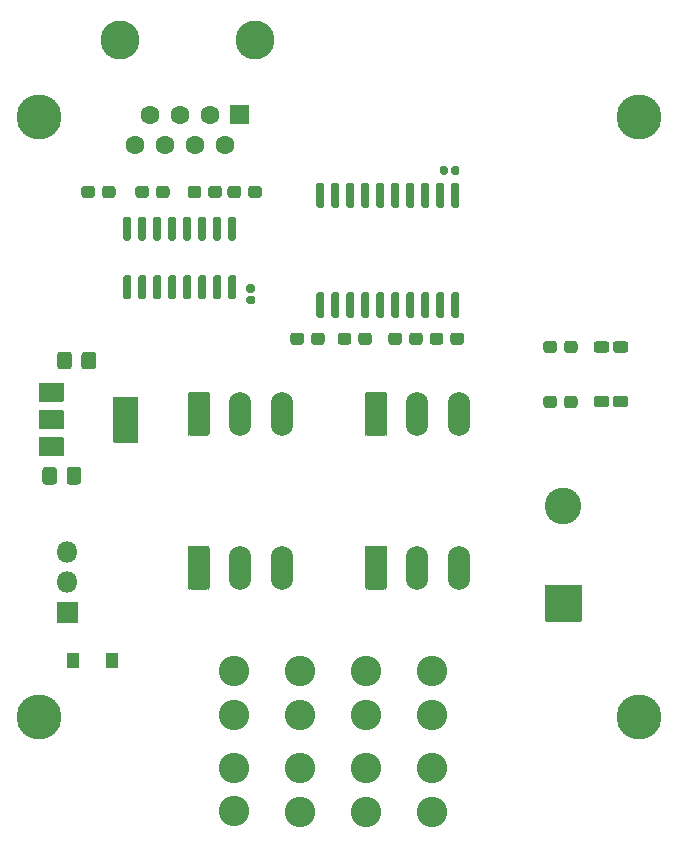
<source format=gbr>
G04 #@! TF.GenerationSoftware,KiCad,Pcbnew,(5.1.10)-1*
G04 #@! TF.CreationDate,2021-08-29T14:04:35-04:00*
G04 #@! TF.ProjectId,Receiver_Out,52656365-6976-4657-925f-4f75742e6b69,v1*
G04 #@! TF.SameCoordinates,Original*
G04 #@! TF.FileFunction,Soldermask,Top*
G04 #@! TF.FilePolarity,Negative*
%FSLAX46Y46*%
G04 Gerber Fmt 4.6, Leading zero omitted, Abs format (unit mm)*
G04 Created by KiCad (PCBNEW (5.1.10)-1) date 2021-08-29 14:04:35*
%MOMM*%
%LPD*%
G01*
G04 APERTURE LIST*
%ADD10C,1.602000*%
%ADD11C,3.302000*%
%ADD12O,1.802000X1.802000*%
%ADD13C,3.102000*%
%ADD14C,3.802000*%
%ADD15O,1.902000X3.702000*%
%ADD16C,2.577000*%
%ADD17C,0.100000*%
G04 APERTURE END LIST*
G36*
G01*
X107397000Y-95769800D02*
X107397000Y-96165800D01*
G75*
G02*
X107224000Y-96338800I-173000J0D01*
G01*
X106878000Y-96338800D01*
G75*
G02*
X106705000Y-96165800I0J173000D01*
G01*
X106705000Y-95769800D01*
G75*
G02*
X106878000Y-95596800I173000J0D01*
G01*
X107224000Y-95596800D01*
G75*
G02*
X107397000Y-95769800I0J-173000D01*
G01*
G37*
G36*
G01*
X108367000Y-95769800D02*
X108367000Y-96165800D01*
G75*
G02*
X108194000Y-96338800I-173000J0D01*
G01*
X107848000Y-96338800D01*
G75*
G02*
X107675000Y-96165800I0J173000D01*
G01*
X107675000Y-95769800D01*
G75*
G02*
X107848000Y-95596800I173000J0D01*
G01*
X108194000Y-95596800D01*
G75*
G02*
X108367000Y-95769800I0J-173000D01*
G01*
G37*
G36*
G01*
X107840500Y-106291800D02*
X108191500Y-106291800D01*
G75*
G02*
X108367000Y-106467300I0J-175500D01*
G01*
X108367000Y-108268300D01*
G75*
G02*
X108191500Y-108443800I-175500J0D01*
G01*
X107840500Y-108443800D01*
G75*
G02*
X107665000Y-108268300I0J175500D01*
G01*
X107665000Y-106467300D01*
G75*
G02*
X107840500Y-106291800I175500J0D01*
G01*
G37*
G36*
G01*
X106570500Y-106291800D02*
X106921500Y-106291800D01*
G75*
G02*
X107097000Y-106467300I0J-175500D01*
G01*
X107097000Y-108268300D01*
G75*
G02*
X106921500Y-108443800I-175500J0D01*
G01*
X106570500Y-108443800D01*
G75*
G02*
X106395000Y-108268300I0J175500D01*
G01*
X106395000Y-106467300D01*
G75*
G02*
X106570500Y-106291800I175500J0D01*
G01*
G37*
G36*
G01*
X105300500Y-106291800D02*
X105651500Y-106291800D01*
G75*
G02*
X105827000Y-106467300I0J-175500D01*
G01*
X105827000Y-108268300D01*
G75*
G02*
X105651500Y-108443800I-175500J0D01*
G01*
X105300500Y-108443800D01*
G75*
G02*
X105125000Y-108268300I0J175500D01*
G01*
X105125000Y-106467300D01*
G75*
G02*
X105300500Y-106291800I175500J0D01*
G01*
G37*
G36*
G01*
X104030500Y-106291800D02*
X104381500Y-106291800D01*
G75*
G02*
X104557000Y-106467300I0J-175500D01*
G01*
X104557000Y-108268300D01*
G75*
G02*
X104381500Y-108443800I-175500J0D01*
G01*
X104030500Y-108443800D01*
G75*
G02*
X103855000Y-108268300I0J175500D01*
G01*
X103855000Y-106467300D01*
G75*
G02*
X104030500Y-106291800I175500J0D01*
G01*
G37*
G36*
G01*
X102760500Y-106291800D02*
X103111500Y-106291800D01*
G75*
G02*
X103287000Y-106467300I0J-175500D01*
G01*
X103287000Y-108268300D01*
G75*
G02*
X103111500Y-108443800I-175500J0D01*
G01*
X102760500Y-108443800D01*
G75*
G02*
X102585000Y-108268300I0J175500D01*
G01*
X102585000Y-106467300D01*
G75*
G02*
X102760500Y-106291800I175500J0D01*
G01*
G37*
G36*
G01*
X101490500Y-106291800D02*
X101841500Y-106291800D01*
G75*
G02*
X102017000Y-106467300I0J-175500D01*
G01*
X102017000Y-108268300D01*
G75*
G02*
X101841500Y-108443800I-175500J0D01*
G01*
X101490500Y-108443800D01*
G75*
G02*
X101315000Y-108268300I0J175500D01*
G01*
X101315000Y-106467300D01*
G75*
G02*
X101490500Y-106291800I175500J0D01*
G01*
G37*
G36*
G01*
X100220500Y-106291800D02*
X100571500Y-106291800D01*
G75*
G02*
X100747000Y-106467300I0J-175500D01*
G01*
X100747000Y-108268300D01*
G75*
G02*
X100571500Y-108443800I-175500J0D01*
G01*
X100220500Y-108443800D01*
G75*
G02*
X100045000Y-108268300I0J175500D01*
G01*
X100045000Y-106467300D01*
G75*
G02*
X100220500Y-106291800I175500J0D01*
G01*
G37*
G36*
G01*
X98950500Y-106291800D02*
X99301500Y-106291800D01*
G75*
G02*
X99477000Y-106467300I0J-175500D01*
G01*
X99477000Y-108268300D01*
G75*
G02*
X99301500Y-108443800I-175500J0D01*
G01*
X98950500Y-108443800D01*
G75*
G02*
X98775000Y-108268300I0J175500D01*
G01*
X98775000Y-106467300D01*
G75*
G02*
X98950500Y-106291800I175500J0D01*
G01*
G37*
G36*
G01*
X97680500Y-106291800D02*
X98031500Y-106291800D01*
G75*
G02*
X98207000Y-106467300I0J-175500D01*
G01*
X98207000Y-108268300D01*
G75*
G02*
X98031500Y-108443800I-175500J0D01*
G01*
X97680500Y-108443800D01*
G75*
G02*
X97505000Y-108268300I0J175500D01*
G01*
X97505000Y-106467300D01*
G75*
G02*
X97680500Y-106291800I175500J0D01*
G01*
G37*
G36*
G01*
X96410500Y-106291800D02*
X96761500Y-106291800D01*
G75*
G02*
X96937000Y-106467300I0J-175500D01*
G01*
X96937000Y-108268300D01*
G75*
G02*
X96761500Y-108443800I-175500J0D01*
G01*
X96410500Y-108443800D01*
G75*
G02*
X96235000Y-108268300I0J175500D01*
G01*
X96235000Y-106467300D01*
G75*
G02*
X96410500Y-106291800I175500J0D01*
G01*
G37*
G36*
G01*
X96410500Y-96991800D02*
X96761500Y-96991800D01*
G75*
G02*
X96937000Y-97167300I0J-175500D01*
G01*
X96937000Y-98968300D01*
G75*
G02*
X96761500Y-99143800I-175500J0D01*
G01*
X96410500Y-99143800D01*
G75*
G02*
X96235000Y-98968300I0J175500D01*
G01*
X96235000Y-97167300D01*
G75*
G02*
X96410500Y-96991800I175500J0D01*
G01*
G37*
G36*
G01*
X97680500Y-96991800D02*
X98031500Y-96991800D01*
G75*
G02*
X98207000Y-97167300I0J-175500D01*
G01*
X98207000Y-98968300D01*
G75*
G02*
X98031500Y-99143800I-175500J0D01*
G01*
X97680500Y-99143800D01*
G75*
G02*
X97505000Y-98968300I0J175500D01*
G01*
X97505000Y-97167300D01*
G75*
G02*
X97680500Y-96991800I175500J0D01*
G01*
G37*
G36*
G01*
X98950500Y-96991800D02*
X99301500Y-96991800D01*
G75*
G02*
X99477000Y-97167300I0J-175500D01*
G01*
X99477000Y-98968300D01*
G75*
G02*
X99301500Y-99143800I-175500J0D01*
G01*
X98950500Y-99143800D01*
G75*
G02*
X98775000Y-98968300I0J175500D01*
G01*
X98775000Y-97167300D01*
G75*
G02*
X98950500Y-96991800I175500J0D01*
G01*
G37*
G36*
G01*
X100220500Y-96991800D02*
X100571500Y-96991800D01*
G75*
G02*
X100747000Y-97167300I0J-175500D01*
G01*
X100747000Y-98968300D01*
G75*
G02*
X100571500Y-99143800I-175500J0D01*
G01*
X100220500Y-99143800D01*
G75*
G02*
X100045000Y-98968300I0J175500D01*
G01*
X100045000Y-97167300D01*
G75*
G02*
X100220500Y-96991800I175500J0D01*
G01*
G37*
G36*
G01*
X101490500Y-96991800D02*
X101841500Y-96991800D01*
G75*
G02*
X102017000Y-97167300I0J-175500D01*
G01*
X102017000Y-98968300D01*
G75*
G02*
X101841500Y-99143800I-175500J0D01*
G01*
X101490500Y-99143800D01*
G75*
G02*
X101315000Y-98968300I0J175500D01*
G01*
X101315000Y-97167300D01*
G75*
G02*
X101490500Y-96991800I175500J0D01*
G01*
G37*
G36*
G01*
X102760500Y-96991800D02*
X103111500Y-96991800D01*
G75*
G02*
X103287000Y-97167300I0J-175500D01*
G01*
X103287000Y-98968300D01*
G75*
G02*
X103111500Y-99143800I-175500J0D01*
G01*
X102760500Y-99143800D01*
G75*
G02*
X102585000Y-98968300I0J175500D01*
G01*
X102585000Y-97167300D01*
G75*
G02*
X102760500Y-96991800I175500J0D01*
G01*
G37*
G36*
G01*
X104030500Y-96991800D02*
X104381500Y-96991800D01*
G75*
G02*
X104557000Y-97167300I0J-175500D01*
G01*
X104557000Y-98968300D01*
G75*
G02*
X104381500Y-99143800I-175500J0D01*
G01*
X104030500Y-99143800D01*
G75*
G02*
X103855000Y-98968300I0J175500D01*
G01*
X103855000Y-97167300D01*
G75*
G02*
X104030500Y-96991800I175500J0D01*
G01*
G37*
G36*
G01*
X105300500Y-96991800D02*
X105651500Y-96991800D01*
G75*
G02*
X105827000Y-97167300I0J-175500D01*
G01*
X105827000Y-98968300D01*
G75*
G02*
X105651500Y-99143800I-175500J0D01*
G01*
X105300500Y-99143800D01*
G75*
G02*
X105125000Y-98968300I0J175500D01*
G01*
X105125000Y-97167300D01*
G75*
G02*
X105300500Y-96991800I175500J0D01*
G01*
G37*
G36*
G01*
X106570500Y-96991800D02*
X106921500Y-96991800D01*
G75*
G02*
X107097000Y-97167300I0J-175500D01*
G01*
X107097000Y-98968300D01*
G75*
G02*
X106921500Y-99143800I-175500J0D01*
G01*
X106570500Y-99143800D01*
G75*
G02*
X106395000Y-98968300I0J175500D01*
G01*
X106395000Y-97167300D01*
G75*
G02*
X106570500Y-96991800I175500J0D01*
G01*
G37*
G36*
G01*
X107840500Y-96991800D02*
X108191500Y-96991800D01*
G75*
G02*
X108367000Y-97167300I0J-175500D01*
G01*
X108367000Y-98968300D01*
G75*
G02*
X108191500Y-99143800I-175500J0D01*
G01*
X107840500Y-99143800D01*
G75*
G02*
X107665000Y-98968300I0J175500D01*
G01*
X107665000Y-97167300D01*
G75*
G02*
X107840500Y-96991800I175500J0D01*
G01*
G37*
G36*
G01*
X117217000Y-115832800D02*
X117217000Y-115306800D01*
G75*
G02*
X117480000Y-115043800I263000J0D01*
G01*
X118106000Y-115043800D01*
G75*
G02*
X118369000Y-115306800I0J-263000D01*
G01*
X118369000Y-115832800D01*
G75*
G02*
X118106000Y-116095800I-263000J0D01*
G01*
X117480000Y-116095800D01*
G75*
G02*
X117217000Y-115832800I0J263000D01*
G01*
G37*
G36*
G01*
X115467000Y-115832800D02*
X115467000Y-115306800D01*
G75*
G02*
X115730000Y-115043800I263000J0D01*
G01*
X116356000Y-115043800D01*
G75*
G02*
X116619000Y-115306800I0J-263000D01*
G01*
X116619000Y-115832800D01*
G75*
G02*
X116356000Y-116095800I-263000J0D01*
G01*
X115730000Y-116095800D01*
G75*
G02*
X115467000Y-115832800I0J263000D01*
G01*
G37*
G36*
G01*
X72750000Y-115517800D02*
X72750000Y-114017800D01*
G75*
G02*
X72801000Y-113966800I51000J0D01*
G01*
X74801000Y-113966800D01*
G75*
G02*
X74852000Y-114017800I0J-51000D01*
G01*
X74852000Y-115517800D01*
G75*
G02*
X74801000Y-115568800I-51000J0D01*
G01*
X72801000Y-115568800D01*
G75*
G02*
X72750000Y-115517800I0J51000D01*
G01*
G37*
G36*
G01*
X72750000Y-120117800D02*
X72750000Y-118617800D01*
G75*
G02*
X72801000Y-118566800I51000J0D01*
G01*
X74801000Y-118566800D01*
G75*
G02*
X74852000Y-118617800I0J-51000D01*
G01*
X74852000Y-120117800D01*
G75*
G02*
X74801000Y-120168800I-51000J0D01*
G01*
X72801000Y-120168800D01*
G75*
G02*
X72750000Y-120117800I0J51000D01*
G01*
G37*
G36*
G01*
X72750000Y-117817800D02*
X72750000Y-116317800D01*
G75*
G02*
X72801000Y-116266800I51000J0D01*
G01*
X74801000Y-116266800D01*
G75*
G02*
X74852000Y-116317800I0J-51000D01*
G01*
X74852000Y-117817800D01*
G75*
G02*
X74801000Y-117868800I-51000J0D01*
G01*
X72801000Y-117868800D01*
G75*
G02*
X72750000Y-117817800I0J51000D01*
G01*
G37*
G36*
G01*
X79050000Y-118967800D02*
X79050000Y-115167800D01*
G75*
G02*
X79101000Y-115116800I51000J0D01*
G01*
X81101000Y-115116800D01*
G75*
G02*
X81152000Y-115167800I0J-51000D01*
G01*
X81152000Y-118967800D01*
G75*
G02*
X81101000Y-119018800I-51000J0D01*
G01*
X79101000Y-119018800D01*
G75*
G02*
X79050000Y-118967800I0J51000D01*
G01*
G37*
G36*
G01*
X107002000Y-109954800D02*
X107002000Y-110480800D01*
G75*
G02*
X106739000Y-110743800I-263000J0D01*
G01*
X106113000Y-110743800D01*
G75*
G02*
X105850000Y-110480800I0J263000D01*
G01*
X105850000Y-109954800D01*
G75*
G02*
X106113000Y-109691800I263000J0D01*
G01*
X106739000Y-109691800D01*
G75*
G02*
X107002000Y-109954800I0J-263000D01*
G01*
G37*
G36*
G01*
X108752000Y-109954800D02*
X108752000Y-110480800D01*
G75*
G02*
X108489000Y-110743800I-263000J0D01*
G01*
X107863000Y-110743800D01*
G75*
G02*
X107600000Y-110480800I0J263000D01*
G01*
X107600000Y-109954800D01*
G75*
G02*
X107863000Y-109691800I263000J0D01*
G01*
X108489000Y-109691800D01*
G75*
G02*
X108752000Y-109954800I0J-263000D01*
G01*
G37*
G36*
G01*
X103502000Y-109954800D02*
X103502000Y-110480800D01*
G75*
G02*
X103239000Y-110743800I-263000J0D01*
G01*
X102613000Y-110743800D01*
G75*
G02*
X102350000Y-110480800I0J263000D01*
G01*
X102350000Y-109954800D01*
G75*
G02*
X102613000Y-109691800I263000J0D01*
G01*
X103239000Y-109691800D01*
G75*
G02*
X103502000Y-109954800I0J-263000D01*
G01*
G37*
G36*
G01*
X105252000Y-109954800D02*
X105252000Y-110480800D01*
G75*
G02*
X104989000Y-110743800I-263000J0D01*
G01*
X104363000Y-110743800D01*
G75*
G02*
X104100000Y-110480800I0J263000D01*
G01*
X104100000Y-109954800D01*
G75*
G02*
X104363000Y-109691800I263000J0D01*
G01*
X104989000Y-109691800D01*
G75*
G02*
X105252000Y-109954800I0J-263000D01*
G01*
G37*
G36*
G01*
X99800000Y-110480800D02*
X99800000Y-109954800D01*
G75*
G02*
X100063000Y-109691800I263000J0D01*
G01*
X100689000Y-109691800D01*
G75*
G02*
X100952000Y-109954800I0J-263000D01*
G01*
X100952000Y-110480800D01*
G75*
G02*
X100689000Y-110743800I-263000J0D01*
G01*
X100063000Y-110743800D01*
G75*
G02*
X99800000Y-110480800I0J263000D01*
G01*
G37*
G36*
G01*
X98050000Y-110480800D02*
X98050000Y-109954800D01*
G75*
G02*
X98313000Y-109691800I263000J0D01*
G01*
X98939000Y-109691800D01*
G75*
G02*
X99202000Y-109954800I0J-263000D01*
G01*
X99202000Y-110480800D01*
G75*
G02*
X98939000Y-110743800I-263000J0D01*
G01*
X98313000Y-110743800D01*
G75*
G02*
X98050000Y-110480800I0J263000D01*
G01*
G37*
G36*
G01*
X95800000Y-110480800D02*
X95800000Y-109954800D01*
G75*
G02*
X96063000Y-109691800I263000J0D01*
G01*
X96689000Y-109691800D01*
G75*
G02*
X96952000Y-109954800I0J-263000D01*
G01*
X96952000Y-110480800D01*
G75*
G02*
X96689000Y-110743800I-263000J0D01*
G01*
X96063000Y-110743800D01*
G75*
G02*
X95800000Y-110480800I0J263000D01*
G01*
G37*
G36*
G01*
X94050000Y-110480800D02*
X94050000Y-109954800D01*
G75*
G02*
X94313000Y-109691800I263000J0D01*
G01*
X94939000Y-109691800D01*
G75*
G02*
X95202000Y-109954800I0J-263000D01*
G01*
X95202000Y-110480800D01*
G75*
G02*
X94939000Y-110743800I-263000J0D01*
G01*
X94313000Y-110743800D01*
G75*
G02*
X94050000Y-110480800I0J263000D01*
G01*
G37*
G36*
G01*
X78101000Y-98052800D02*
X78101000Y-97526800D01*
G75*
G02*
X78364000Y-97263800I263000J0D01*
G01*
X78990000Y-97263800D01*
G75*
G02*
X79253000Y-97526800I0J-263000D01*
G01*
X79253000Y-98052800D01*
G75*
G02*
X78990000Y-98315800I-263000J0D01*
G01*
X78364000Y-98315800D01*
G75*
G02*
X78101000Y-98052800I0J263000D01*
G01*
G37*
G36*
G01*
X76351000Y-98052800D02*
X76351000Y-97526800D01*
G75*
G02*
X76614000Y-97263800I263000J0D01*
G01*
X77240000Y-97263800D01*
G75*
G02*
X77503000Y-97526800I0J-263000D01*
G01*
X77503000Y-98052800D01*
G75*
G02*
X77240000Y-98315800I-263000J0D01*
G01*
X76614000Y-98315800D01*
G75*
G02*
X76351000Y-98052800I0J263000D01*
G01*
G37*
G36*
G01*
X87100000Y-98052800D02*
X87100000Y-97526800D01*
G75*
G02*
X87363000Y-97263800I263000J0D01*
G01*
X87989000Y-97263800D01*
G75*
G02*
X88252000Y-97526800I0J-263000D01*
G01*
X88252000Y-98052800D01*
G75*
G02*
X87989000Y-98315800I-263000J0D01*
G01*
X87363000Y-98315800D01*
G75*
G02*
X87100000Y-98052800I0J263000D01*
G01*
G37*
G36*
G01*
X85350000Y-98052800D02*
X85350000Y-97526800D01*
G75*
G02*
X85613000Y-97263800I263000J0D01*
G01*
X86239000Y-97263800D01*
G75*
G02*
X86502000Y-97526800I0J-263000D01*
G01*
X86502000Y-98052800D01*
G75*
G02*
X86239000Y-98315800I-263000J0D01*
G01*
X85613000Y-98315800D01*
G75*
G02*
X85350000Y-98052800I0J263000D01*
G01*
G37*
G36*
G01*
X89877000Y-97526800D02*
X89877000Y-98052800D01*
G75*
G02*
X89614000Y-98315800I-263000J0D01*
G01*
X88988000Y-98315800D01*
G75*
G02*
X88725000Y-98052800I0J263000D01*
G01*
X88725000Y-97526800D01*
G75*
G02*
X88988000Y-97263800I263000J0D01*
G01*
X89614000Y-97263800D01*
G75*
G02*
X89877000Y-97526800I0J-263000D01*
G01*
G37*
G36*
G01*
X91627000Y-97526800D02*
X91627000Y-98052800D01*
G75*
G02*
X91364000Y-98315800I-263000J0D01*
G01*
X90738000Y-98315800D01*
G75*
G02*
X90475000Y-98052800I0J263000D01*
G01*
X90475000Y-97526800D01*
G75*
G02*
X90738000Y-97263800I263000J0D01*
G01*
X91364000Y-97263800D01*
G75*
G02*
X91627000Y-97526800I0J-263000D01*
G01*
G37*
G36*
G01*
X82075000Y-97526800D02*
X82075000Y-98052800D01*
G75*
G02*
X81812000Y-98315800I-263000J0D01*
G01*
X81186000Y-98315800D01*
G75*
G02*
X80923000Y-98052800I0J263000D01*
G01*
X80923000Y-97526800D01*
G75*
G02*
X81186000Y-97263800I263000J0D01*
G01*
X81812000Y-97263800D01*
G75*
G02*
X82075000Y-97526800I0J-263000D01*
G01*
G37*
G36*
G01*
X83825000Y-97526800D02*
X83825000Y-98052800D01*
G75*
G02*
X83562000Y-98315800I-263000J0D01*
G01*
X82936000Y-98315800D01*
G75*
G02*
X82673000Y-98052800I0J263000D01*
G01*
X82673000Y-97526800D01*
G75*
G02*
X82936000Y-97263800I263000J0D01*
G01*
X83562000Y-97263800D01*
G75*
G02*
X83825000Y-97526800I0J-263000D01*
G01*
G37*
G36*
G01*
X117217000Y-111175801D02*
X117217000Y-110649801D01*
G75*
G02*
X117480000Y-110386801I263000J0D01*
G01*
X118106000Y-110386801D01*
G75*
G02*
X118369000Y-110649801I0J-263000D01*
G01*
X118369000Y-111175801D01*
G75*
G02*
X118106000Y-111438801I-263000J0D01*
G01*
X117480000Y-111438801D01*
G75*
G02*
X117217000Y-111175801I0J263000D01*
G01*
G37*
G36*
G01*
X115467000Y-111175801D02*
X115467000Y-110649801D01*
G75*
G02*
X115730000Y-110386801I263000J0D01*
G01*
X116356000Y-110386801D01*
G75*
G02*
X116619000Y-110649801I0J-263000D01*
G01*
X116619000Y-111175801D01*
G75*
G02*
X116356000Y-111438801I-263000J0D01*
G01*
X115730000Y-111438801D01*
G75*
G02*
X115467000Y-111175801I0J263000D01*
G01*
G37*
G36*
G01*
X121350000Y-111150801D02*
X121350000Y-110674801D01*
G75*
G02*
X121588000Y-110436801I238000J0D01*
G01*
X122439000Y-110436801D01*
G75*
G02*
X122677000Y-110674801I0J-238000D01*
G01*
X122677000Y-111150801D01*
G75*
G02*
X122439000Y-111388801I-238000J0D01*
G01*
X121588000Y-111388801D01*
G75*
G02*
X121350000Y-111150801I0J238000D01*
G01*
G37*
G36*
G01*
X119725000Y-111150801D02*
X119725000Y-110674801D01*
G75*
G02*
X119963000Y-110436801I238000J0D01*
G01*
X120814000Y-110436801D01*
G75*
G02*
X121052000Y-110674801I0J-238000D01*
G01*
X121052000Y-111150801D01*
G75*
G02*
X120814000Y-111388801I-238000J0D01*
G01*
X119963000Y-111388801D01*
G75*
G02*
X119725000Y-111150801I0J238000D01*
G01*
G37*
G36*
G01*
X121350000Y-115762800D02*
X121350000Y-115286800D01*
G75*
G02*
X121588000Y-115048800I238000J0D01*
G01*
X122439000Y-115048800D01*
G75*
G02*
X122677000Y-115286800I0J-238000D01*
G01*
X122677000Y-115762800D01*
G75*
G02*
X122439000Y-116000800I-238000J0D01*
G01*
X121588000Y-116000800D01*
G75*
G02*
X121350000Y-115762800I0J238000D01*
G01*
G37*
G36*
G01*
X119725000Y-115762800D02*
X119725000Y-115286800D01*
G75*
G02*
X119963000Y-115048800I238000J0D01*
G01*
X120814000Y-115048800D01*
G75*
G02*
X121052000Y-115286800I0J-238000D01*
G01*
X121052000Y-115762800D01*
G75*
G02*
X120814000Y-116000800I-238000J0D01*
G01*
X119963000Y-116000800D01*
G75*
G02*
X119725000Y-115762800I0J238000D01*
G01*
G37*
G36*
G01*
X78450000Y-138067800D02*
X78450000Y-136867800D01*
G75*
G02*
X78501000Y-136816800I51000J0D01*
G01*
X79401000Y-136816800D01*
G75*
G02*
X79452000Y-136867800I0J-51000D01*
G01*
X79452000Y-138067800D01*
G75*
G02*
X79401000Y-138118800I-51000J0D01*
G01*
X78501000Y-138118800D01*
G75*
G02*
X78450000Y-138067800I0J51000D01*
G01*
G37*
G36*
G01*
X75150000Y-138067800D02*
X75150000Y-136867800D01*
G75*
G02*
X75201000Y-136816800I51000J0D01*
G01*
X76101000Y-136816800D01*
G75*
G02*
X76152000Y-136867800I0J-51000D01*
G01*
X76152000Y-138067800D01*
G75*
G02*
X76101000Y-138118800I-51000J0D01*
G01*
X75201000Y-138118800D01*
G75*
G02*
X75150000Y-138067800I0J51000D01*
G01*
G37*
G36*
G01*
X90503000Y-106591800D02*
X90899000Y-106591800D01*
G75*
G02*
X91072000Y-106764800I0J-173000D01*
G01*
X91072000Y-107110800D01*
G75*
G02*
X90899000Y-107283800I-173000J0D01*
G01*
X90503000Y-107283800D01*
G75*
G02*
X90330000Y-107110800I0J173000D01*
G01*
X90330000Y-106764800D01*
G75*
G02*
X90503000Y-106591800I173000J0D01*
G01*
G37*
G36*
G01*
X90503000Y-105621800D02*
X90899000Y-105621800D01*
G75*
G02*
X91072000Y-105794800I0J-173000D01*
G01*
X91072000Y-106140800D01*
G75*
G02*
X90899000Y-106313800I-173000J0D01*
G01*
X90503000Y-106313800D01*
G75*
G02*
X90330000Y-106140800I0J173000D01*
G01*
X90330000Y-105794800D01*
G75*
G02*
X90503000Y-105621800I173000J0D01*
G01*
G37*
G36*
G01*
X88938500Y-104826800D02*
X89289500Y-104826800D01*
G75*
G02*
X89465000Y-105002300I0J-175500D01*
G01*
X89465000Y-106703300D01*
G75*
G02*
X89289500Y-106878800I-175500J0D01*
G01*
X88938500Y-106878800D01*
G75*
G02*
X88763000Y-106703300I0J175500D01*
G01*
X88763000Y-105002300D01*
G75*
G02*
X88938500Y-104826800I175500J0D01*
G01*
G37*
G36*
G01*
X87668500Y-104826800D02*
X88019500Y-104826800D01*
G75*
G02*
X88195000Y-105002300I0J-175500D01*
G01*
X88195000Y-106703300D01*
G75*
G02*
X88019500Y-106878800I-175500J0D01*
G01*
X87668500Y-106878800D01*
G75*
G02*
X87493000Y-106703300I0J175500D01*
G01*
X87493000Y-105002300D01*
G75*
G02*
X87668500Y-104826800I175500J0D01*
G01*
G37*
G36*
G01*
X86398500Y-104826800D02*
X86749500Y-104826800D01*
G75*
G02*
X86925000Y-105002300I0J-175500D01*
G01*
X86925000Y-106703300D01*
G75*
G02*
X86749500Y-106878800I-175500J0D01*
G01*
X86398500Y-106878800D01*
G75*
G02*
X86223000Y-106703300I0J175500D01*
G01*
X86223000Y-105002300D01*
G75*
G02*
X86398500Y-104826800I175500J0D01*
G01*
G37*
G36*
G01*
X85128500Y-104826800D02*
X85479500Y-104826800D01*
G75*
G02*
X85655000Y-105002300I0J-175500D01*
G01*
X85655000Y-106703300D01*
G75*
G02*
X85479500Y-106878800I-175500J0D01*
G01*
X85128500Y-106878800D01*
G75*
G02*
X84953000Y-106703300I0J175500D01*
G01*
X84953000Y-105002300D01*
G75*
G02*
X85128500Y-104826800I175500J0D01*
G01*
G37*
G36*
G01*
X83858500Y-104826800D02*
X84209500Y-104826800D01*
G75*
G02*
X84385000Y-105002300I0J-175500D01*
G01*
X84385000Y-106703300D01*
G75*
G02*
X84209500Y-106878800I-175500J0D01*
G01*
X83858500Y-106878800D01*
G75*
G02*
X83683000Y-106703300I0J175500D01*
G01*
X83683000Y-105002300D01*
G75*
G02*
X83858500Y-104826800I175500J0D01*
G01*
G37*
G36*
G01*
X82588500Y-104826800D02*
X82939500Y-104826800D01*
G75*
G02*
X83115000Y-105002300I0J-175500D01*
G01*
X83115000Y-106703300D01*
G75*
G02*
X82939500Y-106878800I-175500J0D01*
G01*
X82588500Y-106878800D01*
G75*
G02*
X82413000Y-106703300I0J175500D01*
G01*
X82413000Y-105002300D01*
G75*
G02*
X82588500Y-104826800I175500J0D01*
G01*
G37*
G36*
G01*
X81318500Y-104826800D02*
X81669500Y-104826800D01*
G75*
G02*
X81845000Y-105002300I0J-175500D01*
G01*
X81845000Y-106703300D01*
G75*
G02*
X81669500Y-106878800I-175500J0D01*
G01*
X81318500Y-106878800D01*
G75*
G02*
X81143000Y-106703300I0J175500D01*
G01*
X81143000Y-105002300D01*
G75*
G02*
X81318500Y-104826800I175500J0D01*
G01*
G37*
G36*
G01*
X80048500Y-104826800D02*
X80399500Y-104826800D01*
G75*
G02*
X80575000Y-105002300I0J-175500D01*
G01*
X80575000Y-106703300D01*
G75*
G02*
X80399500Y-106878800I-175500J0D01*
G01*
X80048500Y-106878800D01*
G75*
G02*
X79873000Y-106703300I0J175500D01*
G01*
X79873000Y-105002300D01*
G75*
G02*
X80048500Y-104826800I175500J0D01*
G01*
G37*
G36*
G01*
X80048500Y-99876800D02*
X80399500Y-99876800D01*
G75*
G02*
X80575000Y-100052300I0J-175500D01*
G01*
X80575000Y-101753300D01*
G75*
G02*
X80399500Y-101928800I-175500J0D01*
G01*
X80048500Y-101928800D01*
G75*
G02*
X79873000Y-101753300I0J175500D01*
G01*
X79873000Y-100052300D01*
G75*
G02*
X80048500Y-99876800I175500J0D01*
G01*
G37*
G36*
G01*
X81318500Y-99876800D02*
X81669500Y-99876800D01*
G75*
G02*
X81845000Y-100052300I0J-175500D01*
G01*
X81845000Y-101753300D01*
G75*
G02*
X81669500Y-101928800I-175500J0D01*
G01*
X81318500Y-101928800D01*
G75*
G02*
X81143000Y-101753300I0J175500D01*
G01*
X81143000Y-100052300D01*
G75*
G02*
X81318500Y-99876800I175500J0D01*
G01*
G37*
G36*
G01*
X82588500Y-99876800D02*
X82939500Y-99876800D01*
G75*
G02*
X83115000Y-100052300I0J-175500D01*
G01*
X83115000Y-101753300D01*
G75*
G02*
X82939500Y-101928800I-175500J0D01*
G01*
X82588500Y-101928800D01*
G75*
G02*
X82413000Y-101753300I0J175500D01*
G01*
X82413000Y-100052300D01*
G75*
G02*
X82588500Y-99876800I175500J0D01*
G01*
G37*
G36*
G01*
X83858500Y-99876800D02*
X84209500Y-99876800D01*
G75*
G02*
X84385000Y-100052300I0J-175500D01*
G01*
X84385000Y-101753300D01*
G75*
G02*
X84209500Y-101928800I-175500J0D01*
G01*
X83858500Y-101928800D01*
G75*
G02*
X83683000Y-101753300I0J175500D01*
G01*
X83683000Y-100052300D01*
G75*
G02*
X83858500Y-99876800I175500J0D01*
G01*
G37*
G36*
G01*
X85128500Y-99876800D02*
X85479500Y-99876800D01*
G75*
G02*
X85655000Y-100052300I0J-175500D01*
G01*
X85655000Y-101753300D01*
G75*
G02*
X85479500Y-101928800I-175500J0D01*
G01*
X85128500Y-101928800D01*
G75*
G02*
X84953000Y-101753300I0J175500D01*
G01*
X84953000Y-100052300D01*
G75*
G02*
X85128500Y-99876800I175500J0D01*
G01*
G37*
G36*
G01*
X86398500Y-99876800D02*
X86749500Y-99876800D01*
G75*
G02*
X86925000Y-100052300I0J-175500D01*
G01*
X86925000Y-101753300D01*
G75*
G02*
X86749500Y-101928800I-175500J0D01*
G01*
X86398500Y-101928800D01*
G75*
G02*
X86223000Y-101753300I0J175500D01*
G01*
X86223000Y-100052300D01*
G75*
G02*
X86398500Y-99876800I175500J0D01*
G01*
G37*
G36*
G01*
X87668500Y-99876800D02*
X88019500Y-99876800D01*
G75*
G02*
X88195000Y-100052300I0J-175500D01*
G01*
X88195000Y-101753300D01*
G75*
G02*
X88019500Y-101928800I-175500J0D01*
G01*
X87668500Y-101928800D01*
G75*
G02*
X87493000Y-101753300I0J175500D01*
G01*
X87493000Y-100052300D01*
G75*
G02*
X87668500Y-99876800I175500J0D01*
G01*
G37*
G36*
G01*
X88938500Y-99876800D02*
X89289500Y-99876800D01*
G75*
G02*
X89465000Y-100052300I0J-175500D01*
G01*
X89465000Y-101753300D01*
G75*
G02*
X89289500Y-101928800I-175500J0D01*
G01*
X88938500Y-101928800D01*
G75*
G02*
X88763000Y-101753300I0J175500D01*
G01*
X88763000Y-100052300D01*
G75*
G02*
X88938500Y-99876800I175500J0D01*
G01*
G37*
G36*
G01*
X75552000Y-111588972D02*
X75552000Y-112546628D01*
G75*
G02*
X75279828Y-112818800I-272172J0D01*
G01*
X74572172Y-112818800D01*
G75*
G02*
X74300000Y-112546628I0J272172D01*
G01*
X74300000Y-111588972D01*
G75*
G02*
X74572172Y-111316800I272172J0D01*
G01*
X75279828Y-111316800D01*
G75*
G02*
X75552000Y-111588972I0J-272172D01*
G01*
G37*
G36*
G01*
X77602000Y-111588972D02*
X77602000Y-112546628D01*
G75*
G02*
X77329828Y-112818800I-272172J0D01*
G01*
X76622172Y-112818800D01*
G75*
G02*
X76350000Y-112546628I0J272172D01*
G01*
X76350000Y-111588972D01*
G75*
G02*
X76622172Y-111316800I272172J0D01*
G01*
X77329828Y-111316800D01*
G75*
G02*
X77602000Y-111588972I0J-272172D01*
G01*
G37*
G36*
G01*
X75100000Y-122296628D02*
X75100000Y-121338972D01*
G75*
G02*
X75372172Y-121066800I272172J0D01*
G01*
X76079828Y-121066800D01*
G75*
G02*
X76352000Y-121338972I0J-272172D01*
G01*
X76352000Y-122296628D01*
G75*
G02*
X76079828Y-122568800I-272172J0D01*
G01*
X75372172Y-122568800D01*
G75*
G02*
X75100000Y-122296628I0J272172D01*
G01*
G37*
G36*
G01*
X73050000Y-122296628D02*
X73050000Y-121338972D01*
G75*
G02*
X73322172Y-121066800I272172J0D01*
G01*
X74029828Y-121066800D01*
G75*
G02*
X74302000Y-121338972I0J-272172D01*
G01*
X74302000Y-122296628D01*
G75*
G02*
X74029828Y-122568800I-272172J0D01*
G01*
X73322172Y-122568800D01*
G75*
G02*
X73050000Y-122296628I0J272172D01*
G01*
G37*
D10*
X80861000Y-93775800D03*
X82131000Y-91235800D03*
X83401000Y-93775800D03*
X84671000Y-91235800D03*
X85941000Y-93775800D03*
X87211000Y-91235800D03*
X88481000Y-93775800D03*
G36*
G01*
X90552000Y-90485800D02*
X90552000Y-91985800D01*
G75*
G02*
X90501000Y-92036800I-51000J0D01*
G01*
X89001000Y-92036800D01*
G75*
G02*
X88950000Y-91985800I0J51000D01*
G01*
X88950000Y-90485800D01*
G75*
G02*
X89001000Y-90434800I51000J0D01*
G01*
X90501000Y-90434800D01*
G75*
G02*
X90552000Y-90485800I0J-51000D01*
G01*
G37*
D11*
X91021000Y-84885800D03*
X79591000Y-84885800D03*
D12*
X75151000Y-128287800D03*
X75151000Y-130827800D03*
G36*
G01*
X76052000Y-132517800D02*
X76052000Y-134217800D01*
G75*
G02*
X76001000Y-134268800I-51000J0D01*
G01*
X74301000Y-134268800D01*
G75*
G02*
X74250000Y-134217800I0J51000D01*
G01*
X74250000Y-132517800D01*
G75*
G02*
X74301000Y-132466800I51000J0D01*
G01*
X76001000Y-132466800D01*
G75*
G02*
X76052000Y-132517800I0J-51000D01*
G01*
G37*
G36*
G01*
X118664800Y-134166760D02*
X115664800Y-134166760D01*
G75*
G02*
X115613800Y-134115760I0J51000D01*
G01*
X115613800Y-131115760D01*
G75*
G02*
X115664800Y-131064760I51000J0D01*
G01*
X118664800Y-131064760D01*
G75*
G02*
X118715800Y-131115760I0J-51000D01*
G01*
X118715800Y-134115760D01*
G75*
G02*
X118664800Y-134166760I-51000J0D01*
G01*
G37*
D13*
X117164800Y-124365840D03*
D14*
X123531000Y-91439800D03*
X72731000Y-91439800D03*
X123531000Y-142239800D03*
X72731000Y-142239800D03*
D15*
X108300000Y-116600000D03*
X104800000Y-116600000D03*
G36*
G01*
X100349000Y-118186834D02*
X100349000Y-115013166D01*
G75*
G02*
X100613166Y-114749000I264166J0D01*
G01*
X101986834Y-114749000D01*
G75*
G02*
X102251000Y-115013166I0J-264166D01*
G01*
X102251000Y-118186834D01*
G75*
G02*
X101986834Y-118451000I-264166J0D01*
G01*
X100613166Y-118451000D01*
G75*
G02*
X100349000Y-118186834I0J264166D01*
G01*
G37*
D16*
X100485000Y-138353600D03*
X100485000Y-150253600D03*
X100485000Y-142053600D03*
X100485000Y-146553600D03*
D15*
X108300000Y-129600000D03*
X104800000Y-129600000D03*
G36*
G01*
X100349000Y-131186834D02*
X100349000Y-128013166D01*
G75*
G02*
X100613166Y-127749000I264166J0D01*
G01*
X101986834Y-127749000D01*
G75*
G02*
X102251000Y-128013166I0J-264166D01*
G01*
X102251000Y-131186834D01*
G75*
G02*
X101986834Y-131451000I-264166J0D01*
G01*
X100613166Y-131451000D01*
G75*
G02*
X100349000Y-131186834I0J264166D01*
G01*
G37*
X93300000Y-129600000D03*
X89800000Y-129600000D03*
G36*
G01*
X85349000Y-131186834D02*
X85349000Y-128013166D01*
G75*
G02*
X85613166Y-127749000I264166J0D01*
G01*
X86986834Y-127749000D01*
G75*
G02*
X87251000Y-128013166I0J-264166D01*
G01*
X87251000Y-131186834D01*
G75*
G02*
X86986834Y-131451000I-264166J0D01*
G01*
X85613166Y-131451000D01*
G75*
G02*
X85349000Y-131186834I0J264166D01*
G01*
G37*
X93300000Y-116600000D03*
X89800000Y-116600000D03*
G36*
G01*
X85349000Y-118186834D02*
X85349000Y-115013166D01*
G75*
G02*
X85613166Y-114749000I264166J0D01*
G01*
X86986834Y-114749000D01*
G75*
G02*
X87251000Y-115013166I0J-264166D01*
G01*
X87251000Y-118186834D01*
G75*
G02*
X86986834Y-118451000I-264166J0D01*
G01*
X85613166Y-118451000D01*
G75*
G02*
X85349000Y-118186834I0J264166D01*
G01*
G37*
D16*
X106073000Y-138353600D03*
X106073000Y-150253600D03*
X106073000Y-142053600D03*
X106073000Y-146553600D03*
X94897000Y-138353600D03*
X94897000Y-150253600D03*
X94897000Y-142053600D03*
X94897000Y-146553600D03*
X89309000Y-138338600D03*
X89309000Y-150238600D03*
X89309000Y-142038600D03*
X89309000Y-146538600D03*
D17*
G36*
X85350990Y-131186638D02*
G01*
X85356046Y-131237975D01*
X85370965Y-131287157D01*
X85395191Y-131332481D01*
X85427793Y-131372207D01*
X85467519Y-131404809D01*
X85512843Y-131429035D01*
X85562025Y-131443954D01*
X85613362Y-131449010D01*
X85614988Y-131450175D01*
X85614792Y-131452165D01*
X85613166Y-131453000D01*
X85529029Y-131453000D01*
X85528833Y-131452990D01*
X85488889Y-131449056D01*
X85488504Y-131448980D01*
X85455995Y-131439119D01*
X85455633Y-131438969D01*
X85425675Y-131422955D01*
X85425349Y-131422737D01*
X85399090Y-131401187D01*
X85398813Y-131400910D01*
X85377263Y-131374651D01*
X85377045Y-131374325D01*
X85361031Y-131344367D01*
X85360881Y-131344005D01*
X85351020Y-131311496D01*
X85350944Y-131311111D01*
X85347010Y-131271167D01*
X85347000Y-131270971D01*
X85347000Y-131186834D01*
X85348000Y-131185102D01*
X85350000Y-131185102D01*
X85350990Y-131186638D01*
G37*
G36*
X87252165Y-131185208D02*
G01*
X87253000Y-131186834D01*
X87253000Y-131270971D01*
X87252990Y-131271167D01*
X87249056Y-131311111D01*
X87248980Y-131311496D01*
X87239119Y-131344005D01*
X87238969Y-131344367D01*
X87222955Y-131374325D01*
X87222737Y-131374651D01*
X87201187Y-131400910D01*
X87200910Y-131401187D01*
X87174651Y-131422737D01*
X87174325Y-131422955D01*
X87144367Y-131438969D01*
X87144005Y-131439119D01*
X87111496Y-131448980D01*
X87111111Y-131449056D01*
X87071167Y-131452990D01*
X87070971Y-131453000D01*
X86986834Y-131453000D01*
X86985102Y-131452000D01*
X86985102Y-131450000D01*
X86986638Y-131449010D01*
X87037975Y-131443954D01*
X87087157Y-131429035D01*
X87132481Y-131404809D01*
X87172207Y-131372207D01*
X87204809Y-131332481D01*
X87229035Y-131287157D01*
X87243954Y-131237975D01*
X87249010Y-131186638D01*
X87250175Y-131185012D01*
X87252165Y-131185208D01*
G37*
G36*
X100350990Y-131186638D02*
G01*
X100356046Y-131237975D01*
X100370965Y-131287157D01*
X100395191Y-131332481D01*
X100427793Y-131372207D01*
X100467519Y-131404809D01*
X100512843Y-131429035D01*
X100562025Y-131443954D01*
X100613362Y-131449010D01*
X100614988Y-131450175D01*
X100614792Y-131452165D01*
X100613166Y-131453000D01*
X100529029Y-131453000D01*
X100528833Y-131452990D01*
X100488889Y-131449056D01*
X100488504Y-131448980D01*
X100455995Y-131439119D01*
X100455633Y-131438969D01*
X100425675Y-131422955D01*
X100425349Y-131422737D01*
X100399090Y-131401187D01*
X100398813Y-131400910D01*
X100377263Y-131374651D01*
X100377045Y-131374325D01*
X100361031Y-131344367D01*
X100360881Y-131344005D01*
X100351020Y-131311496D01*
X100350944Y-131311111D01*
X100347010Y-131271167D01*
X100347000Y-131270971D01*
X100347000Y-131186834D01*
X100348000Y-131185102D01*
X100350000Y-131185102D01*
X100350990Y-131186638D01*
G37*
G36*
X102252165Y-131185208D02*
G01*
X102253000Y-131186834D01*
X102253000Y-131270971D01*
X102252990Y-131271167D01*
X102249056Y-131311111D01*
X102248980Y-131311496D01*
X102239119Y-131344005D01*
X102238969Y-131344367D01*
X102222955Y-131374325D01*
X102222737Y-131374651D01*
X102201187Y-131400910D01*
X102200910Y-131401187D01*
X102174651Y-131422737D01*
X102174325Y-131422955D01*
X102144367Y-131438969D01*
X102144005Y-131439119D01*
X102111496Y-131448980D01*
X102111111Y-131449056D01*
X102071167Y-131452990D01*
X102070971Y-131453000D01*
X101986834Y-131453000D01*
X101985102Y-131452000D01*
X101985102Y-131450000D01*
X101986638Y-131449010D01*
X102037975Y-131443954D01*
X102087157Y-131429035D01*
X102132481Y-131404809D01*
X102172207Y-131372207D01*
X102204809Y-131332481D01*
X102229035Y-131287157D01*
X102243954Y-131237975D01*
X102249010Y-131186638D01*
X102250175Y-131185012D01*
X102252165Y-131185208D01*
G37*
G36*
X100614898Y-127748000D02*
G01*
X100614898Y-127750000D01*
X100613362Y-127750990D01*
X100562025Y-127756046D01*
X100512843Y-127770965D01*
X100467519Y-127795191D01*
X100427793Y-127827793D01*
X100395191Y-127867519D01*
X100370965Y-127912843D01*
X100356046Y-127962025D01*
X100350990Y-128013362D01*
X100349825Y-128014988D01*
X100347835Y-128014792D01*
X100347000Y-128013166D01*
X100347000Y-127929029D01*
X100347010Y-127928833D01*
X100350944Y-127888889D01*
X100351020Y-127888504D01*
X100360881Y-127855995D01*
X100361031Y-127855633D01*
X100377045Y-127825675D01*
X100377263Y-127825349D01*
X100398813Y-127799090D01*
X100399090Y-127798813D01*
X100425349Y-127777263D01*
X100425675Y-127777045D01*
X100455633Y-127761031D01*
X100455995Y-127760881D01*
X100488504Y-127751020D01*
X100488889Y-127750944D01*
X100528833Y-127747010D01*
X100529029Y-127747000D01*
X100613166Y-127747000D01*
X100614898Y-127748000D01*
G37*
G36*
X85614898Y-127748000D02*
G01*
X85614898Y-127750000D01*
X85613362Y-127750990D01*
X85562025Y-127756046D01*
X85512843Y-127770965D01*
X85467519Y-127795191D01*
X85427793Y-127827793D01*
X85395191Y-127867519D01*
X85370965Y-127912843D01*
X85356046Y-127962025D01*
X85350990Y-128013362D01*
X85349825Y-128014988D01*
X85347835Y-128014792D01*
X85347000Y-128013166D01*
X85347000Y-127929029D01*
X85347010Y-127928833D01*
X85350944Y-127888889D01*
X85351020Y-127888504D01*
X85360881Y-127855995D01*
X85361031Y-127855633D01*
X85377045Y-127825675D01*
X85377263Y-127825349D01*
X85398813Y-127799090D01*
X85399090Y-127798813D01*
X85425349Y-127777263D01*
X85425675Y-127777045D01*
X85455633Y-127761031D01*
X85455995Y-127760881D01*
X85488504Y-127751020D01*
X85488889Y-127750944D01*
X85528833Y-127747010D01*
X85529029Y-127747000D01*
X85613166Y-127747000D01*
X85614898Y-127748000D01*
G37*
G36*
X87071167Y-127747010D02*
G01*
X87111111Y-127750944D01*
X87111496Y-127751020D01*
X87144005Y-127760881D01*
X87144367Y-127761031D01*
X87174325Y-127777045D01*
X87174651Y-127777263D01*
X87200910Y-127798813D01*
X87201187Y-127799090D01*
X87222737Y-127825349D01*
X87222955Y-127825675D01*
X87238969Y-127855633D01*
X87239119Y-127855995D01*
X87248980Y-127888504D01*
X87249056Y-127888889D01*
X87252990Y-127928833D01*
X87253000Y-127929029D01*
X87253000Y-128013166D01*
X87252000Y-128014898D01*
X87250000Y-128014898D01*
X87249010Y-128013362D01*
X87243954Y-127962025D01*
X87229035Y-127912843D01*
X87204809Y-127867519D01*
X87172207Y-127827793D01*
X87132481Y-127795191D01*
X87087157Y-127770965D01*
X87037975Y-127756046D01*
X86986638Y-127750990D01*
X86985012Y-127749825D01*
X86985208Y-127747835D01*
X86986834Y-127747000D01*
X87070971Y-127747000D01*
X87071167Y-127747010D01*
G37*
G36*
X102071167Y-127747010D02*
G01*
X102111111Y-127750944D01*
X102111496Y-127751020D01*
X102144005Y-127760881D01*
X102144367Y-127761031D01*
X102174325Y-127777045D01*
X102174651Y-127777263D01*
X102200910Y-127798813D01*
X102201187Y-127799090D01*
X102222737Y-127825349D01*
X102222955Y-127825675D01*
X102238969Y-127855633D01*
X102239119Y-127855995D01*
X102248980Y-127888504D01*
X102249056Y-127888889D01*
X102252990Y-127928833D01*
X102253000Y-127929029D01*
X102253000Y-128013166D01*
X102252000Y-128014898D01*
X102250000Y-128014898D01*
X102249010Y-128013362D01*
X102243954Y-127962025D01*
X102229035Y-127912843D01*
X102204809Y-127867519D01*
X102172207Y-127827793D01*
X102132481Y-127795191D01*
X102087157Y-127770965D01*
X102037975Y-127756046D01*
X101986638Y-127750990D01*
X101985012Y-127749825D01*
X101985208Y-127747835D01*
X101986834Y-127747000D01*
X102070971Y-127747000D01*
X102071167Y-127747010D01*
G37*
G36*
X102252165Y-118185208D02*
G01*
X102253000Y-118186834D01*
X102253000Y-118270971D01*
X102252990Y-118271167D01*
X102249056Y-118311111D01*
X102248980Y-118311496D01*
X102239119Y-118344005D01*
X102238969Y-118344367D01*
X102222955Y-118374325D01*
X102222737Y-118374651D01*
X102201187Y-118400910D01*
X102200910Y-118401187D01*
X102174651Y-118422737D01*
X102174325Y-118422955D01*
X102144367Y-118438969D01*
X102144005Y-118439119D01*
X102111496Y-118448980D01*
X102111111Y-118449056D01*
X102071167Y-118452990D01*
X102070971Y-118453000D01*
X101986834Y-118453000D01*
X101985102Y-118452000D01*
X101985102Y-118450000D01*
X101986638Y-118449010D01*
X102037975Y-118443954D01*
X102087157Y-118429035D01*
X102132481Y-118404809D01*
X102172207Y-118372207D01*
X102204809Y-118332481D01*
X102229035Y-118287157D01*
X102243954Y-118237975D01*
X102249010Y-118186638D01*
X102250175Y-118185012D01*
X102252165Y-118185208D01*
G37*
G36*
X87252165Y-118185208D02*
G01*
X87253000Y-118186834D01*
X87253000Y-118270971D01*
X87252990Y-118271167D01*
X87249056Y-118311111D01*
X87248980Y-118311496D01*
X87239119Y-118344005D01*
X87238969Y-118344367D01*
X87222955Y-118374325D01*
X87222737Y-118374651D01*
X87201187Y-118400910D01*
X87200910Y-118401187D01*
X87174651Y-118422737D01*
X87174325Y-118422955D01*
X87144367Y-118438969D01*
X87144005Y-118439119D01*
X87111496Y-118448980D01*
X87111111Y-118449056D01*
X87071167Y-118452990D01*
X87070971Y-118453000D01*
X86986834Y-118453000D01*
X86985102Y-118452000D01*
X86985102Y-118450000D01*
X86986638Y-118449010D01*
X87037975Y-118443954D01*
X87087157Y-118429035D01*
X87132481Y-118404809D01*
X87172207Y-118372207D01*
X87204809Y-118332481D01*
X87229035Y-118287157D01*
X87243954Y-118237975D01*
X87249010Y-118186638D01*
X87250175Y-118185012D01*
X87252165Y-118185208D01*
G37*
G36*
X100350990Y-118186638D02*
G01*
X100356046Y-118237975D01*
X100370965Y-118287157D01*
X100395191Y-118332481D01*
X100427793Y-118372207D01*
X100467519Y-118404809D01*
X100512843Y-118429035D01*
X100562025Y-118443954D01*
X100613362Y-118449010D01*
X100614988Y-118450175D01*
X100614792Y-118452165D01*
X100613166Y-118453000D01*
X100529029Y-118453000D01*
X100528833Y-118452990D01*
X100488889Y-118449056D01*
X100488504Y-118448980D01*
X100455995Y-118439119D01*
X100455633Y-118438969D01*
X100425675Y-118422955D01*
X100425349Y-118422737D01*
X100399090Y-118401187D01*
X100398813Y-118400910D01*
X100377263Y-118374651D01*
X100377045Y-118374325D01*
X100361031Y-118344367D01*
X100360881Y-118344005D01*
X100351020Y-118311496D01*
X100350944Y-118311111D01*
X100347010Y-118271167D01*
X100347000Y-118270971D01*
X100347000Y-118186834D01*
X100348000Y-118185102D01*
X100350000Y-118185102D01*
X100350990Y-118186638D01*
G37*
G36*
X85350990Y-118186638D02*
G01*
X85356046Y-118237975D01*
X85370965Y-118287157D01*
X85395191Y-118332481D01*
X85427793Y-118372207D01*
X85467519Y-118404809D01*
X85512843Y-118429035D01*
X85562025Y-118443954D01*
X85613362Y-118449010D01*
X85614988Y-118450175D01*
X85614792Y-118452165D01*
X85613166Y-118453000D01*
X85529029Y-118453000D01*
X85528833Y-118452990D01*
X85488889Y-118449056D01*
X85488504Y-118448980D01*
X85455995Y-118439119D01*
X85455633Y-118438969D01*
X85425675Y-118422955D01*
X85425349Y-118422737D01*
X85399090Y-118401187D01*
X85398813Y-118400910D01*
X85377263Y-118374651D01*
X85377045Y-118374325D01*
X85361031Y-118344367D01*
X85360881Y-118344005D01*
X85351020Y-118311496D01*
X85350944Y-118311111D01*
X85347010Y-118271167D01*
X85347000Y-118270971D01*
X85347000Y-118186834D01*
X85348000Y-118185102D01*
X85350000Y-118185102D01*
X85350990Y-118186638D01*
G37*
G36*
X100614898Y-114748000D02*
G01*
X100614898Y-114750000D01*
X100613362Y-114750990D01*
X100562025Y-114756046D01*
X100512843Y-114770965D01*
X100467519Y-114795191D01*
X100427793Y-114827793D01*
X100395191Y-114867519D01*
X100370965Y-114912843D01*
X100356046Y-114962025D01*
X100350990Y-115013362D01*
X100349825Y-115014988D01*
X100347835Y-115014792D01*
X100347000Y-115013166D01*
X100347000Y-114929029D01*
X100347010Y-114928833D01*
X100350944Y-114888889D01*
X100351020Y-114888504D01*
X100360881Y-114855995D01*
X100361031Y-114855633D01*
X100377045Y-114825675D01*
X100377263Y-114825349D01*
X100398813Y-114799090D01*
X100399090Y-114798813D01*
X100425349Y-114777263D01*
X100425675Y-114777045D01*
X100455633Y-114761031D01*
X100455995Y-114760881D01*
X100488504Y-114751020D01*
X100488889Y-114750944D01*
X100528833Y-114747010D01*
X100529029Y-114747000D01*
X100613166Y-114747000D01*
X100614898Y-114748000D01*
G37*
G36*
X85614898Y-114748000D02*
G01*
X85614898Y-114750000D01*
X85613362Y-114750990D01*
X85562025Y-114756046D01*
X85512843Y-114770965D01*
X85467519Y-114795191D01*
X85427793Y-114827793D01*
X85395191Y-114867519D01*
X85370965Y-114912843D01*
X85356046Y-114962025D01*
X85350990Y-115013362D01*
X85349825Y-115014988D01*
X85347835Y-115014792D01*
X85347000Y-115013166D01*
X85347000Y-114929029D01*
X85347010Y-114928833D01*
X85350944Y-114888889D01*
X85351020Y-114888504D01*
X85360881Y-114855995D01*
X85361031Y-114855633D01*
X85377045Y-114825675D01*
X85377263Y-114825349D01*
X85398813Y-114799090D01*
X85399090Y-114798813D01*
X85425349Y-114777263D01*
X85425675Y-114777045D01*
X85455633Y-114761031D01*
X85455995Y-114760881D01*
X85488504Y-114751020D01*
X85488889Y-114750944D01*
X85528833Y-114747010D01*
X85529029Y-114747000D01*
X85613166Y-114747000D01*
X85614898Y-114748000D01*
G37*
G36*
X102071167Y-114747010D02*
G01*
X102111111Y-114750944D01*
X102111496Y-114751020D01*
X102144005Y-114760881D01*
X102144367Y-114761031D01*
X102174325Y-114777045D01*
X102174651Y-114777263D01*
X102200910Y-114798813D01*
X102201187Y-114799090D01*
X102222737Y-114825349D01*
X102222955Y-114825675D01*
X102238969Y-114855633D01*
X102239119Y-114855995D01*
X102248980Y-114888504D01*
X102249056Y-114888889D01*
X102252990Y-114928833D01*
X102253000Y-114929029D01*
X102253000Y-115013166D01*
X102252000Y-115014898D01*
X102250000Y-115014898D01*
X102249010Y-115013362D01*
X102243954Y-114962025D01*
X102229035Y-114912843D01*
X102204809Y-114867519D01*
X102172207Y-114827793D01*
X102132481Y-114795191D01*
X102087157Y-114770965D01*
X102037975Y-114756046D01*
X101986638Y-114750990D01*
X101985012Y-114749825D01*
X101985208Y-114747835D01*
X101986834Y-114747000D01*
X102070971Y-114747000D01*
X102071167Y-114747010D01*
G37*
G36*
X87071167Y-114747010D02*
G01*
X87111111Y-114750944D01*
X87111496Y-114751020D01*
X87144005Y-114760881D01*
X87144367Y-114761031D01*
X87174325Y-114777045D01*
X87174651Y-114777263D01*
X87200910Y-114798813D01*
X87201187Y-114799090D01*
X87222737Y-114825349D01*
X87222955Y-114825675D01*
X87238969Y-114855633D01*
X87239119Y-114855995D01*
X87248980Y-114888504D01*
X87249056Y-114888889D01*
X87252990Y-114928833D01*
X87253000Y-114929029D01*
X87253000Y-115013166D01*
X87252000Y-115014898D01*
X87250000Y-115014898D01*
X87249010Y-115013362D01*
X87243954Y-114962025D01*
X87229035Y-114912843D01*
X87204809Y-114867519D01*
X87172207Y-114827793D01*
X87132481Y-114795191D01*
X87087157Y-114770965D01*
X87037975Y-114756046D01*
X86986638Y-114750990D01*
X86985012Y-114749825D01*
X86985208Y-114747835D01*
X86986834Y-114747000D01*
X87070971Y-114747000D01*
X87071167Y-114747010D01*
G37*
M02*

</source>
